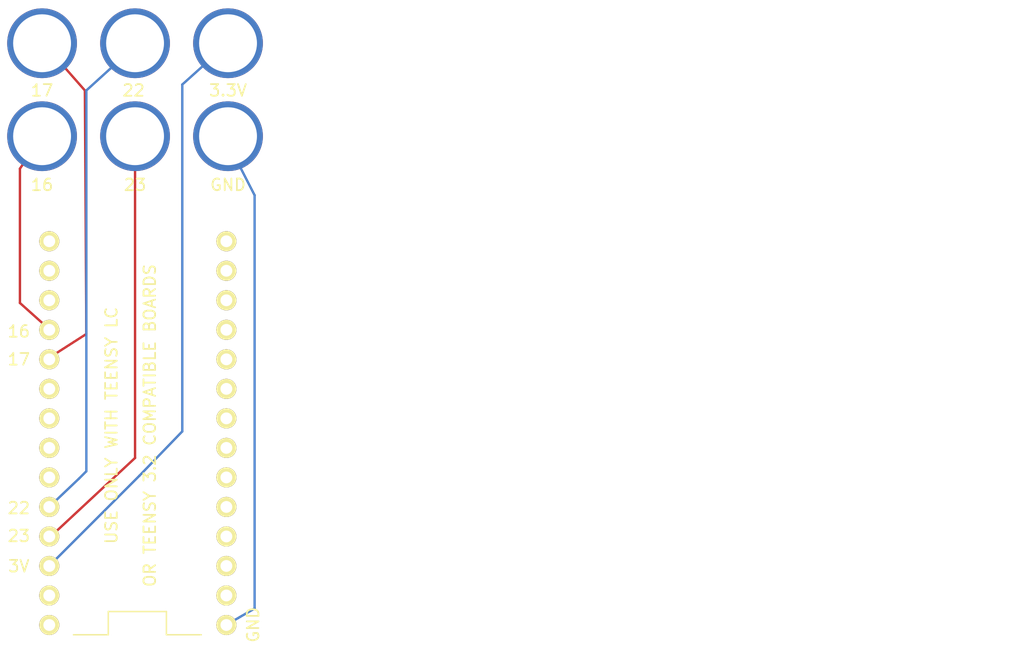
<source format=kicad_pcb>
(kicad_pcb (version 4) (host pcbnew 4.0.4+e1-6308~48~ubuntu14.04.1-stable)

  (general
    (links 0)
    (no_connects 0)
    (area 18.555523 -13.254 501.254 123.265001)
    (thickness 1.6)
    (drawings 17)
    (tracks 0)
    (zones 0)
    (modules 1)
    (nets 1)
  )

  (page USLetter)
  (title_block
    (company "All Rights Reserved")
    (comment 1 help@browndoggadgets.com)
    (comment 2 http://www.browndoggadgets.com/)
    (comment 3 "Company: Brown Dog Gadgets")
  )

  (layers
    (0 F.Cu signal)
    (31 B.Cu signal)
    (34 B.Paste user)
    (35 F.Paste user)
    (36 B.SilkS user)
    (37 F.SilkS user)
    (38 B.Mask user)
    (39 F.Mask user)
    (44 Edge.Cuts user)
    (46 B.CrtYd user)
    (47 F.CrtYd user)
    (48 B.Fab user)
    (49 F.Fab user)
  )

  (setup
    (last_trace_width 0.254)
    (user_trace_width 0.1524)
    (user_trace_width 0.254)
    (user_trace_width 0.3302)
    (user_trace_width 0.508)
    (user_trace_width 0.762)
    (user_trace_width 1.27)
    (trace_clearance 0.254)
    (zone_clearance 0.508)
    (zone_45_only no)
    (trace_min 0.1524)
    (segment_width 0.1524)
    (edge_width 0.1524)
    (via_size 0.6858)
    (via_drill 0.3302)
    (via_min_size 0.6858)
    (via_min_drill 0.3302)
    (user_via 0.6858 0.3302)
    (user_via 0.762 0.4064)
    (user_via 0.8636 0.508)
    (uvia_size 0.6858)
    (uvia_drill 0.3302)
    (uvias_allowed no)
    (uvia_min_size 0)
    (uvia_min_drill 0)
    (pcb_text_width 0.1524)
    (pcb_text_size 1.016 1.016)
    (mod_edge_width 0.1524)
    (mod_text_size 1.016 1.016)
    (mod_text_width 0.1524)
    (pad_size 1.524 1.524)
    (pad_drill 0.762)
    (pad_to_mask_clearance 0.0762)
    (solder_mask_min_width 0.1016)
    (pad_to_paste_clearance -0.0762)
    (aux_axis_origin 0 0)
    (visible_elements FFFEDF7D)
    (pcbplotparams
      (layerselection 0x310fc_80000001)
      (usegerberextensions true)
      (excludeedgelayer true)
      (linewidth 0.100000)
      (plotframeref false)
      (viasonmask false)
      (mode 1)
      (useauxorigin false)
      (hpglpennumber 1)
      (hpglpenspeed 20)
      (hpglpendiameter 15)
      (hpglpenoverlay 2)
      (psnegative false)
      (psa4output false)
      (plotreference true)
      (plotvalue true)
      (plotinvisibletext false)
      (padsonsilk false)
      (subtractmaskfromsilk false)
      (outputformat 1)
      (mirror false)
      (drillshape 0)
      (scaleselection 1)
      (outputdirectory gerbers))
  )

  (net 0 "")

  (net_class Default "This is the default net class."
    (clearance 0.254)
    (trace_width 0.254)
    (via_dia 0.6858)
    (via_drill 0.3302)
    (uvia_dia 0.6858)
    (uvia_drill 0.3302)
  )

  (module Rewire_Circuits:TEENSYLC-EDGE-4x4 (layer F.Cu) (tedit 582F7EC2) (tstamp 58331BD6)
    (at 94 81)
    (descr "8-lead dip package, row spacing 7.62 mm (300 mils)")
    (tags "dil dip 2.54 300")
    (fp_text reference REF** (at 9.9 -31.72) (layer F.SilkS) hide
      (effects (font (size 1 1) (thickness 0.15)))
    )
    (fp_text value DIP-8_W7.62mm (at 9.9 -30.22) (layer F.Fab) hide
      (effects (font (size 1 1) (thickness 0.15)))
    )
    (fp_line (start 18.288 40.64) (end 15.875 42.037) (layer B.Cu) (width 0.2032))
    (fp_line (start 18.288 5.08) (end 18.288 40.64) (layer B.Cu) (width 0.2032))
    (fp_line (start 15.748 0.127) (end 18.288 5.08) (layer B.Cu) (width 0.2032))
    (fp_line (start 12.065 -4.445) (end 15.875 -7.874) (layer B.Cu) (width 0.2032))
    (fp_line (start 12.065 25.4) (end 12.065 -4.445) (layer B.Cu) (width 0.2032))
    (fp_line (start 8.382 29.21) (end 12.065 25.4) (layer B.Cu) (width 0.2032))
    (fp_line (start 0.635 36.957) (end 8.382 29.21) (layer B.Cu) (width 0.2032))
    (fp_line (start 8.001 0) (end 8.001 27.686) (layer F.Cu) (width 0.2032))
    (fp_line (start 0.635 34.544) (end 8.001 27.686) (layer F.Cu) (width 0.2032))
    (fp_line (start 3.683 -3.937) (end 0 -8.128) (layer F.Cu) (width 0.2032))
    (fp_line (start 3.81 17.018) (end 3.683 -3.937) (layer F.Cu) (width 0.2032))
    (fp_line (start 0.635 19.05) (end 3.81 17.018) (layer F.Cu) (width 0.2032))
    (fp_line (start 3.81 -3.937) (end 8.001 -7.747) (layer B.Cu) (width 0.2032))
    (fp_line (start 3.81 28.829) (end 3.81 -3.937) (layer B.Cu) (width 0.2032))
    (fp_line (start 3.175 29.464) (end 3.81 28.829) (layer B.Cu) (width 0.2032))
    (fp_line (start 0.635 31.877) (end 3.175 29.464) (layer B.Cu) (width 0.2032))
    (fp_line (start -1.905 14.351) (end 0.508 16.51) (layer F.Cu) (width 0.2032))
    (fp_line (start -1.905 2.794) (end -1.905 14.351) (layer F.Cu) (width 0.2032))
    (fp_line (start -1.905 2.794) (end 0 0) (layer F.Cu) (width 0.2032))
    (fp_text user "OR TEENSY 3.2 COMPATIBLE BOARDS" (at 9.271 24.892 90) (layer F.SilkS)
      (effects (font (size 1 1) (thickness 0.15)))
    )
    (fp_text user "USE ONLY WITH TEENSY LC" (at 5.969 24.892 90) (layer F.SilkS)
      (effects (font (size 1 1) (thickness 0.15)))
    )
    (fp_text user 23 (at -2 34.401) (layer F.SilkS)
      (effects (font (size 1 1) (thickness 0.15)))
    )
    (fp_text user 3V (at -2 37.001) (layer F.SilkS)
      (effects (font (size 1 1) (thickness 0.15)))
    )
    (fp_line (start 20 42.001) (end 20 -7.199) (layer F.Fab) (width 0.04064))
    (fp_line (start -3.6 -8.199) (end -3.5 41.001) (layer F.Fab) (width 0.04064))
    (fp_line (start 5.7 42.901) (end 2.7 42.901) (layer F.SilkS) (width 0.127))
    (fp_line (start 10.7 42.901) (end 13.7 42.901) (layer F.SilkS) (width 0.127))
    (fp_line (start 5.7 40.901) (end 5.7 42.901) (layer F.SilkS) (width 0.127))
    (fp_line (start 10.7 40.901) (end 5.7 40.901) (layer F.SilkS) (width 0.127))
    (fp_line (start 10.7 42.901) (end 10.7 40.901) (layer F.SilkS) (width 0.127))
    (fp_text user %R (at 8.128 9.017) (layer F.Fab)
      (effects (font (size 1 1) (thickness 0.15)))
    )
    (fp_arc (start 15.5 -7.199) (end 15.5 -11.699) (angle 90) (layer F.Fab) (width 0.04064))
    (fp_line (start 0 -11.699) (end 16 -11.699) (layer F.Fab) (width 0.04064))
    (fp_arc (start 0.006284 -8.099005) (end -3.593716 -8.099005) (angle 89.899987) (layer F.Fab) (width 0.04064))
    (fp_text user 17 (at 0 -3.937) (layer F.SilkS)
      (effects (font (size 1 1) (thickness 0.15)))
    )
    (fp_text user 22 (at 7.874 -3.937) (layer F.SilkS)
      (effects (font (size 1 1) (thickness 0.15)))
    )
    (fp_text user 16 (at 0 4.191) (layer F.SilkS)
      (effects (font (size 1 1) (thickness 0.15)))
    )
    (fp_text user 3.3V (at 16.002 -3.937) (layer F.SilkS)
      (effects (font (size 1 1) (thickness 0.15)))
    )
    (fp_line (start 16.493592 45.404468) (end 0.493592 45.404468) (layer F.Fab) (width 0.04064))
    (fp_arc (start 0.993592 40.904468) (end 0.993592 45.404468) (angle 90) (layer F.Fab) (width 0.04064))
    (fp_arc (start 16.493592 41.904468) (end 19.993592 41.904468) (angle 89.9) (layer F.Fab) (width 0.04064))
    (fp_text user GND (at 18.161 42.037 270) (layer F.SilkS)
      (effects (font (size 1 1) (thickness 0.15)))
    )
    (fp_text user 22 (at -2 32.001) (layer F.SilkS)
      (effects (font (size 1 1) (thickness 0.15)))
    )
    (fp_text user 16 (at -2 16.801) (layer F.SilkS)
      (effects (font (size 1 1) (thickness 0.15)))
    )
    (fp_text user 17 (at -2 19.201) (layer F.SilkS)
      (effects (font (size 1 1) (thickness 0.15)))
    )
    (fp_text user 23 (at 8.001 4.191) (layer F.SilkS)
      (effects (font (size 1 1) (thickness 0.15)))
    )
    (fp_text user GND (at 16.002 4.191) (layer F.SilkS)
      (effects (font (size 1 1) (thickness 0.15)))
    )
    (pad GND thru_hole circle (at 15.86 42.061 180) (size 1.7272 1.7272) (drill 1.016) (layers *.Cu *.Mask F.SilkS))
    (pad 0 thru_hole circle (at 15.86 39.521 180) (size 1.7272 1.7272) (drill 1.016) (layers *.Cu *.Mask F.SilkS))
    (pad 1 thru_hole circle (at 15.86 36.981 180) (size 1.7272 1.7272) (drill 1.016) (layers *.Cu *.Mask F.SilkS))
    (pad 2 thru_hole circle (at 15.86 34.441 180) (size 1.7272 1.7272) (drill 1.016) (layers *.Cu *.Mask F.SilkS))
    (pad 3 thru_hole circle (at 15.86 31.901 180) (size 1.7272 1.7272) (drill 1.016) (layers *.Cu *.Mask F.SilkS))
    (pad 4 thru_hole circle (at 15.86 29.361 180) (size 1.7272 1.7272) (drill 1.016) (layers *.Cu *.Mask F.SilkS))
    (pad 5 thru_hole circle (at 15.86 26.821 180) (size 1.7272 1.7272) (drill 1.016) (layers *.Cu *.Mask F.SilkS))
    (pad 6 thru_hole circle (at 15.86 24.281 180) (size 1.7272 1.7272) (drill 1.016) (layers *.Cu *.Mask F.SilkS))
    (pad 7 thru_hole circle (at 15.86 21.741 180) (size 1.7272 1.7272) (drill 1.016) (layers *.Cu *.Mask F.SilkS))
    (pad 8 thru_hole circle (at 15.86 19.201 180) (size 1.7272 1.7272) (drill 1.016) (layers *.Cu *.Mask F.SilkS))
    (pad 9 thru_hole circle (at 15.86 16.661 180) (size 1.7272 1.7272) (drill 1.016) (layers *.Cu *.Mask F.SilkS))
    (pad 10 thru_hole circle (at 15.86 14.121 180) (size 1.7272 1.7272) (drill 1.016) (layers *.Cu *.Mask F.SilkS))
    (pad 11 thru_hole circle (at 15.86 11.581 180) (size 1.7272 1.7272) (drill 1.016) (layers *.Cu *.Mask F.SilkS))
    (pad 12 thru_hole circle (at 15.86 9.041 180) (size 1.7272 1.7272) (drill 1.016) (layers *.Cu *.Mask F.SilkS))
    (pad 13 thru_hole circle (at 0.62 9.041 180) (size 1.7272 1.7272) (drill 1.016) (layers *.Cu *.Mask F.SilkS))
    (pad 16 thru_hole circle (at 0.62 16.661 180) (size 1.7272 1.7272) (drill 1.016) (layers *.Cu *.Mask F.SilkS))
    (pad 3.3V thru_hole circle (at 0.62 36.981 180) (size 1.7272 1.7272) (drill 1.016) (layers *.Cu *.Mask F.SilkS))
    (pad 18 thru_hole circle (at 0.62 21.741 180) (size 1.7272 1.7272) (drill 1.016) (layers *.Cu *.Mask F.SilkS))
    (pad 17 thru_hole circle (at 0.62 19.201 180) (size 1.7272 1.7272) (drill 1.016) (layers *.Cu *.Mask F.SilkS))
    (pad G3 thru_hole circle (at 0.62 39.521 180) (size 1.7272 1.7272) (drill 1.016) (layers *.Cu *.Mask F.SilkS))
    (pad 22 thru_hole circle (at 0.62 31.901 180) (size 1.7272 1.7272) (drill 1.016) (layers *.Cu *.Mask F.SilkS))
    (pad VIN thru_hole circle (at 0.62 42.061 180) (size 1.7272 1.7272) (drill 1.016) (layers *.Cu *.Mask F.SilkS))
    (pad 21 thru_hole circle (at 0.62 29.361 180) (size 1.7272 1.7272) (drill 1.016) (layers *.Cu *.Mask F.SilkS))
    (pad 20 thru_hole circle (at 0.62 26.821 180) (size 1.7272 1.7272) (drill 1.016) (layers *.Cu *.Mask F.SilkS))
    (pad 19 thru_hole circle (at 0.62 24.281 180) (size 1.7272 1.7272) (drill 1.016) (layers *.Cu *.Mask F.SilkS))
    (pad 23 thru_hole circle (at 0.62 34.441 180) (size 1.7272 1.7272) (drill 1.016) (layers *.Cu *.Mask F.SilkS))
    (pad 14 thru_hole circle (at 0.62 11.581 180) (size 1.7272 1.7272) (drill 1.016) (layers *.Cu *.Mask F.SilkS))
    (pad 15 thru_hole circle (at 0.62 14.121 180) (size 1.7272 1.7272) (drill 1.016) (layers *.Cu *.Mask F.SilkS))
    (pad 16 thru_hole circle (at 0 0.001) (size 6 6) (drill 4.98) (layers *.Cu *.Mask))
    (pad 17 thru_hole circle (at 0 -7.999) (size 6 6) (drill 4.98) (layers *.Cu *.Mask))
    (pad 22 thru_hole circle (at 8 -7.999) (size 6 6) (drill 4.98) (layers *.Cu *.Mask))
    (pad 23 thru_hole circle (at 8 0.001) (size 6 6) (drill 4.98) (layers *.Cu *.Mask))
    (pad 3.3V thru_hole circle (at 16 -7.999) (size 6 6) (drill 4.98) (layers *.Cu *.Mask))
    (pad GND thru_hole circle (at 16 0.001) (size 6 6) (drill 4.98) (layers *.Cu *.Mask))
  )

  (gr_circle (center 117.348 76.962) (end 118.618 76.962) (layer Dwgs.User) (width 0.15))
  (gr_line (start 114.427 78.994) (end 114.427 74.93) (angle 90) (layer Dwgs.User) (width 0.15))
  (gr_line (start 120.269 78.994) (end 114.427 78.994) (angle 90) (layer Dwgs.User) (width 0.15))
  (gr_line (start 120.269 74.93) (end 120.269 78.994) (angle 90) (layer Dwgs.User) (width 0.15))
  (gr_line (start 114.427 74.93) (end 120.269 74.93) (angle 90) (layer Dwgs.User) (width 0.15))
  (gr_line (start 120.523 93.98) (end 104.648 93.98) (angle 90) (layer Dwgs.User) (width 0.15))
  (gr_line (start 173.355 102.235) (end 173.355 94.615) (angle 90) (layer Dwgs.User) (width 0.15))
  (gr_line (start 178.435 102.235) (end 173.355 102.235) (angle 90) (layer Dwgs.User) (width 0.15))
  (gr_line (start 178.435 94.615) (end 178.435 102.235) (angle 90) (layer Dwgs.User) (width 0.15))
  (gr_line (start 173.355 94.615) (end 178.435 94.615) (angle 90) (layer Dwgs.User) (width 0.15))
  (gr_line (start 109.093 123.19) (end 109.093 114.3) (angle 90) (layer Dwgs.User) (width 0.15))
  (gr_line (start 122.428 123.19) (end 109.093 123.19) (angle 90) (layer Dwgs.User) (width 0.15))
  (gr_line (start 122.428 114.3) (end 122.428 123.19) (angle 90) (layer Dwgs.User) (width 0.15))
  (gr_line (start 109.093 114.3) (end 122.428 114.3) (angle 90) (layer Dwgs.User) (width 0.15))
  (gr_line (start 104.648 93.98) (end 104.648 82.55) (angle 90) (layer Dwgs.User) (width 0.15))
  (gr_line (start 120.523 82.55) (end 120.523 93.98) (angle 90) (layer Dwgs.User) (width 0.15))
  (gr_line (start 104.648 82.55) (end 120.523 82.55) (angle 90) (layer Dwgs.User) (width 0.15))

)

</source>
